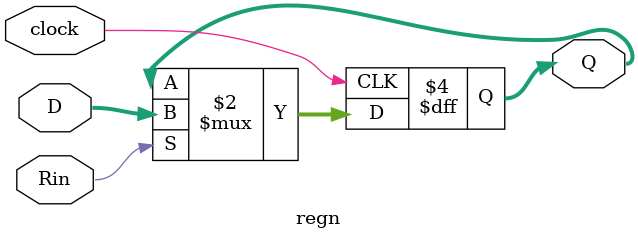
<source format=v>
`timescale 1ns/1ns

module processor9 
	(
		input clock,				// 50MHz clock on the DE1_SoC
		input resetn, 				// active low reset
		input run, 					// tells the processor to run instruction in DIN
		input [8:0] DIN, 			// opcode + immediate data
		output done, 				// high when the processor is done with this op
		output [8:0] system_bus // system bus
	);
	
	// There are 4 instructions, as follows:
	// opcode 00: mv Rx, Ry ==> performs: Rx <= Ry
	// opcode 01: mvi Rx, #D ==> performs: Rx <= #D (#D is immediate value)
	// opcode 10: add Rx, Ry ==> performs: Rx <= Rx + Ry
	// opcode 11: sub Rx, Ry ==> performs: Rx <= Rx - Ry
	
	// Instruction is in the following format:
	// IIIXXXYYY
	// III is the opcode
	// XXX and YYY are register codes, 0 to 7 address R0 to R7
	// YYY can also be immediate 3 bit data

	// ------------------------- instruction register ----------------------------------
	
	// Instruction reg stores entire current instruction
	reg [8:0] instr_reg;
	// controlled by FSM, loads the instruction on DIN
	wire IRin;
	
	always @(posedge clock)
	begin
		if (!resetn)
			instr_reg <= 0;
		else if (IRin) begin
			instr_reg <= DIN;
		end
	end
	
	// ------------------------- Control to datapath -----------------------------------
	
	// selects what goes out on the system bus, protocol: {DINout, Gout, Rout}
	// DINout puts DIN on the system bus
	// Gout puts the stored ALU output on the system bus
	// Rout[7:0] selects which register goes out on the system bus
	wire [9:0] select_sys_bus_out;
	
	// selects which register gets loaded from the system bus, protocol: {Ain, Rin}
	// Ain loads the accumulator with the system bus
	// Rin[7:0] selects which register to load with the system bus
	wire [8:0] select_sys_bus_in;
	
	// stores ALU output into output register
	wire store_ALU_output;
	
	// tells the ALU whether to add or subtract (add:0, sub:1)
	wire select_add_subtract;
	
	// ------------------------ Control and datapath modules ---------------------------
	
	control FSM (
	
		.clock(clock),
		.resetn(resetn),
		
		// current instruction to be executed
		.instr(instr_reg),
		// execute instruction
		.execute(run),
		
		.select_sys_bus_in(select_sys_bus_in),
		.select_sys_bus_out(select_sys_bus_out),
		.store_ALU_output(store_ALU_output),
		.select_add_subtract(select_add_subtract),
		
		// ------------------------ higher level module ---------------------------------
		
		// loads the next instruction on DIN
		.load_instruction(IRin),
		// indicates that this op is complete
		.done(done)
	
	);
	
	datapath proc (
	
		.clock(clock),
		.resetn(resetn),
		
		.select_sys_bus_in(select_sys_bus_in),
		.select_sys_bus_out(select_sys_bus_out),
		.store_ALU_output(store_ALU_output),
		.select_add_subtract(select_add_subtract),
		
		.data_in(DIN),
		.system_bus(system_bus)
	
	);

endmodule

module control (input clock, resetn, input [8:0] instr, input execute,
					 output reg [8:0] select_sys_bus_in, output reg [9:0] select_sys_bus_out, 
					 output reg store_ALU_output, select_add_subtract, load_instruction, done);
			
	// define 4 machine states to perform all instructions on this processor
	
	localparam T0 = 2'b00,
				  T1 = 2'b01,
				  T2 = 2'b10,
				  T3 = 2'b11;
	
	// store the current and next machine state
	reg [1:0] current_state, next_state;
	
	// opcode to machine code translation
	localparam mv = 3'b000,
				  mvi = 3'b001,
				  add = 3'b010,
				  sub = 3'b011;
	
	// ---------------------------- decode instruction ---------------------------------
	
	// stores only the top 3 bits from the instruction i.e. the opcode
	wire [2:0] opcode;
	assign opcode = instr[8:6];
	
	// XXX and YYY register codes translated into one hot register code
	wire [7:0] X_decoded, Y_decoded;
	
	decoder_3to8 decode_X (instr[5:3], 1'b1, X_decoded);
	decoder_3to8 decode_Y (instr[2:0], 1'b1, Y_decoded);

	// processor is done when in state 1 of mv and mvi, and state 3 of add and sub
	//assign done = {1'b0, T1} && (mv || mvi) || {1'b0, T3} && (add || sub);
	
	// ------------------------------- state table -------------------------------------
	
	always @(*)
	begin: state_table
		case(current_state)
			T0:
			begin
				if (execute) next_state = T1;
				else next_state = T0;
			end
			T1: 
			begin
				if (done) next_state = T0;
				else next_state = T2;
			end
			T2: next_state = T3;
			T3: next_state = T0;
			default: next_state = T0;
		endcase
	end // state_table
	
	// used to build select_sys_bus_out, see bus protocol above
	reg [7:0] Rout;
	reg DINout, Gout;
	
	// used to build select_sys_bus_in, see bus protocol above
	reg [7:0] Rin;
	reg Ain;
	
	// -------------------------- control bus logic -----------------------------------
	
	always @(*)
	begin: control_signals
	
		// default values for control signals, prevent latching
		store_ALU_output = 1'b0;
		select_add_subtract = 1'b0;
		load_instruction = 1'b0;
		done = 1'b0;
	
		// zero out the control signals used to build select_sys_bus_in
		// and select_sys_bus_out
		Rin = 8'b00000000;
		Rout = 8'b00000000;
		Ain = 1'b0;
		DINout = 1'b0;
		Gout = 1'b0;	
		
		case(current_state)
		
			T0: load_instruction = 1'b1;
			T1:
			begin
				case (opcode)
					mv: 
					begin
						Rout = Y_decoded; 	// put Y on the system bus
						Rin = X_decoded;  	// put system bus into X
						done = 1'b1;
					end
					mvi:
					begin
						DINout = 1'b1;			// put immediate data on the system bus
						Rin = X_decoded;		// put system bus into X
						done = 1'b1;
					end
					add, sub:
					begin
						Rout = X_decoded;		// put X out on system bus
						Ain = 1'b1;				// put system bus into accumulator
					end
					default: ;
				endcase
			end
			T2:
			begin
				case (opcode)
					add:
					begin
						Rout = Y_decoded;					// put Y out on system bus
						store_ALU_output = 1'b1;		// store into output register (G)
					end
					sub:
					begin
						Rout = Y_decoded;					// put Y out on system bus
						select_add_subtract = 1'b1;	// select subtraction
						store_ALU_output = 1'b1;		// store into output register (G)
					end
					default: ;
				endcase
			end
			T3:
			begin
				case (opcode)
					add:
					begin
						Gout = 1'b1;			// put output onto system bus
						Rin = X_decoded;		// put system bus into X
						done = 1'b1;
					end
					sub:
					begin
						Gout = 1'b1;			// put output onto system bus
						Rin = X_decoded;		// put system bus into X
						done = 1'b1;
					end
					default: ;
				endcase
			end
		
		endcase
	end // control_signals

	// construct control buses
	always @(*)
	begin
		select_sys_bus_in <= {Ain, Rin};
		select_sys_bus_out <= {DINout, Gout, Rout};
	end
	
	// move to next machine state 
	always @(posedge clock)
	begin
		if (!resetn)
			current_state <= T0;
		else
			current_state <= next_state; // move to next computed state at each clock cycle
	end
	
		
endmodule

module datapath (input clock, resetn, input [8:0] select_sys_bus_in, data_in,
					  input [9:0] select_sys_bus_out, input store_ALU_output, 
					  select_add_subtract, output reg [8:0] system_bus);
					  
	wire [7:0] Rin; // registers load
	assign Rin = select_sys_bus_in[7:0];
	wire Ain; // accumulator load
	assign Ain = select_sys_bus_in[8];
	
	// result from the ALU
	reg [8:0] ALU_result;
	
	// ------------------------  create 8 registers + accumulator ----------------------
	
	// outputs from registers
	// R0 to R7 are the 8 registers in this processor
	// A is the accumulator, and G is the ALU output register
	wire [8:0] R0, R1, R2, R3, R4, R5, R6, R7, A, G;
	
	regn reg_0 (system_bus, Rin[0], clock, R0);
	regn reg_1 (system_bus, Rin[1], clock, R1);
	regn reg_2 (system_bus, Rin[2], clock, R2);
	regn reg_3 (system_bus, Rin[3], clock, R3);
	regn reg_4 (system_bus, Rin[4], clock, R4);
	regn reg_5 (system_bus, Rin[5], clock, R5);
	regn reg_6 (system_bus, Rin[6], clock, R6);
	regn reg_7 (system_bus, Rin[7], clock, R7);
	regn reg_A (system_bus, Ain, clock, A);
	
	// ------------------------- define the system bus ---------------------------------
	
	// system bus protocol: {DINout, Gout, Rout}
	
	always @(*)
	begin
		case (select_sys_bus_out)
			10'b0000000001: system_bus = R0;
			10'b0000000010: system_bus = R1;
			10'b0000000100: system_bus = R2;
			10'b0000001000: system_bus = R3;
			10'b0000010000: system_bus = R4;
			10'b0000100000: system_bus = R5;
			10'b0001000000: system_bus = R6;
			10'b0010000000: system_bus = R7;
			10'b0100000000: system_bus = G;
			10'b1000000000: system_bus = data_in;
			default: system_bus = data_in;
		endcase
	end
	
	// ------------------------------- ALU --------------------------------------------
	
	always @(*)
	begin
		if (!select_add_subtract)
			ALU_result <= A + system_bus; // add
		else 
			ALU_result <= A - system_bus; // subtract
	end
	
	regn reg_G (ALU_result, store_ALU_output, clock, G);
	
endmodule

// ------------------------------ helper modules --------------------------------------

module decoder_3to8 
	(
		input [2:0] in, 			// input 3 bit bus to be decoded to 8 bit bus
		input enable, 				// enable this module
		output reg [7:0] out			// output 8 bit bus
	);

	always @(*)
	begin
		if (enable) begin
			case (in)
				3'b000: out = 8'b00000001;
				3'b001: out = 8'b00000010;
				3'b010: out = 8'b00000100;
				3'b011: out = 8'b00001000;
				3'b100: out = 8'b00010000;
				3'b101: out = 8'b00100000;
				3'b110: out = 8'b01000000;
				3'b111: out = 8'b10000000;
				default: out = 8'b00000000;
			endcase
		end else
			out = 8'b00000000;
	end

endmodule

module regn (D, Rin, clock, Q);

	parameter n = 9;
	input [n-1:0] D;
	input clock, Rin;
	output reg [n-1:0] Q;
	
	always @(posedge clock)
		if (Rin)
			Q <= D;

endmodule

</source>
